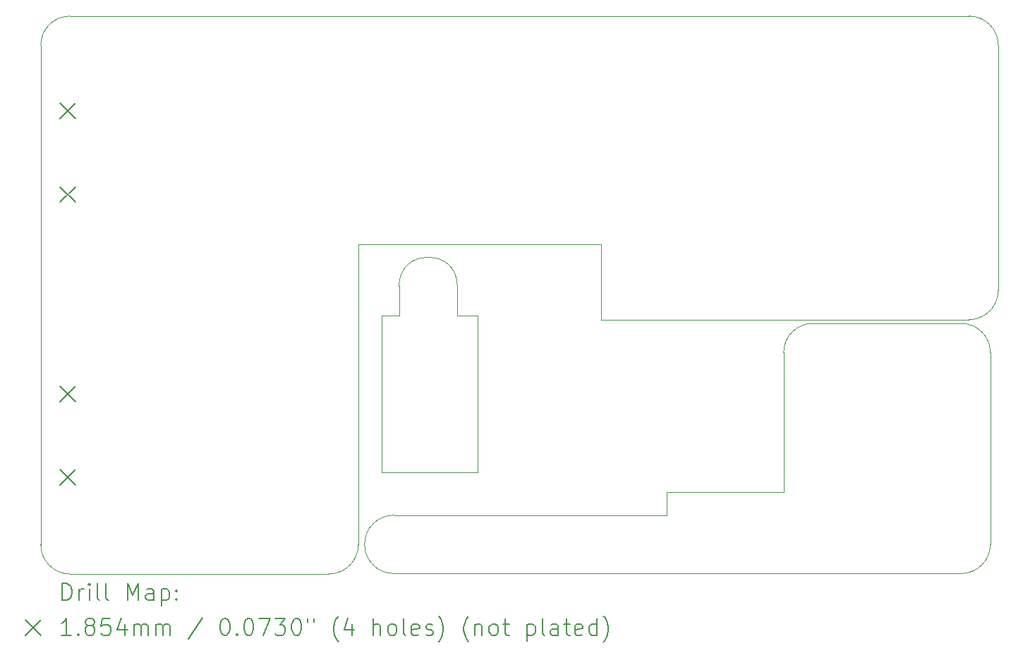
<source format=gbr>
%TF.GenerationSoftware,KiCad,Pcbnew,8.0.8*%
%TF.CreationDate,2025-02-15T01:10:02-07:00*%
%TF.ProjectId,ECE Capstone PCB Design,45434520-4361-4707-9374-6f6e65205043,rev?*%
%TF.SameCoordinates,Original*%
%TF.FileFunction,Drillmap*%
%TF.FilePolarity,Positive*%
%FSLAX45Y45*%
G04 Gerber Fmt 4.5, Leading zero omitted, Abs format (unit mm)*
G04 Created by KiCad (PCBNEW 8.0.8) date 2025-02-15 01:10:02*
%MOMM*%
%LPD*%
G01*
G04 APERTURE LIST*
%ADD10C,0.050000*%
%ADD11C,0.200000*%
%ADD12C,0.185420*%
G04 APERTURE END LIST*
D10*
X19775000Y-10695000D02*
X16495000Y-10695000D01*
X23750000Y-5060000D02*
X23750000Y-8000000D01*
X16071000Y-7450000D02*
X18986000Y-7450000D01*
X16070000Y-11050000D02*
G75*
G02*
X15720000Y-11400000I-350000J0D01*
G01*
X23655000Y-11045000D02*
G75*
G02*
X23305000Y-11395000I-350000J0D01*
G01*
X21175000Y-10415000D02*
X21175000Y-8745000D01*
X18986000Y-7450000D02*
X18986000Y-8350000D01*
X16145000Y-11045000D02*
G75*
G02*
X16495000Y-10695000I350000J0D01*
G01*
X12260000Y-11050000D02*
X12260000Y-5060000D01*
X12610000Y-11400000D02*
G75*
G02*
X12260000Y-11050000I0J350000D01*
G01*
X16070000Y-11050000D02*
X16071000Y-7450000D01*
X23305000Y-11395000D02*
X16495000Y-11395000D01*
X15720000Y-11400000D02*
X12610000Y-11400000D01*
X12260000Y-5060000D02*
G75*
G02*
X12610000Y-4710000I350000J0D01*
G01*
X23750000Y-8000000D02*
G75*
G02*
X23400000Y-8350000I-350000J0D01*
G01*
X23305000Y-8395000D02*
G75*
G02*
X23655000Y-8745000I0J-350000D01*
G01*
X23655000Y-11045000D02*
X23655000Y-8745000D01*
X12610000Y-4710000D02*
X23400000Y-4710000D01*
X19775000Y-10415000D02*
X21175000Y-10415000D01*
X23400000Y-8350000D02*
X18986000Y-8350000D01*
X19775000Y-10695000D02*
X19775000Y-10415000D01*
X23400000Y-4710000D02*
G75*
G02*
X23750000Y-5060000I0J-350000D01*
G01*
X16495000Y-11395000D02*
G75*
G02*
X16145000Y-11045000I0J350000D01*
G01*
X21525000Y-8395000D02*
X23305000Y-8395000D01*
X21175000Y-8745000D02*
G75*
G02*
X21525000Y-8395000I350000J0D01*
G01*
X16559000Y-7949000D02*
X16559000Y-8300000D01*
X17499000Y-10178000D02*
X17500000Y-8300000D01*
X16350000Y-8300000D02*
X16559000Y-8300000D01*
X17259000Y-8300000D02*
X17500000Y-8300000D01*
X17259000Y-7949000D02*
X17259000Y-8300000D01*
X16349000Y-10178000D02*
X16350000Y-8300000D01*
X17499000Y-10178000D02*
X16349000Y-10178000D01*
X16559000Y-7949000D02*
G75*
G02*
X17259000Y-7949000I350000J0D01*
G01*
D11*
D12*
X12489290Y-5757290D02*
X12674710Y-5942710D01*
X12674710Y-5757290D02*
X12489290Y-5942710D01*
X12489290Y-6757290D02*
X12674710Y-6942710D01*
X12674710Y-6757290D02*
X12489290Y-6942710D01*
X12489290Y-9147290D02*
X12674710Y-9332710D01*
X12674710Y-9147290D02*
X12489290Y-9332710D01*
X12489290Y-10147290D02*
X12674710Y-10332710D01*
X12674710Y-10147290D02*
X12489290Y-10332710D01*
D11*
X12518277Y-11713984D02*
X12518277Y-11513984D01*
X12518277Y-11513984D02*
X12565896Y-11513984D01*
X12565896Y-11513984D02*
X12594467Y-11523508D01*
X12594467Y-11523508D02*
X12613515Y-11542555D01*
X12613515Y-11542555D02*
X12623039Y-11561603D01*
X12623039Y-11561603D02*
X12632562Y-11599698D01*
X12632562Y-11599698D02*
X12632562Y-11628269D01*
X12632562Y-11628269D02*
X12623039Y-11666365D01*
X12623039Y-11666365D02*
X12613515Y-11685412D01*
X12613515Y-11685412D02*
X12594467Y-11704460D01*
X12594467Y-11704460D02*
X12565896Y-11713984D01*
X12565896Y-11713984D02*
X12518277Y-11713984D01*
X12718277Y-11713984D02*
X12718277Y-11580650D01*
X12718277Y-11618746D02*
X12727801Y-11599698D01*
X12727801Y-11599698D02*
X12737324Y-11590174D01*
X12737324Y-11590174D02*
X12756372Y-11580650D01*
X12756372Y-11580650D02*
X12775420Y-11580650D01*
X12842086Y-11713984D02*
X12842086Y-11580650D01*
X12842086Y-11513984D02*
X12832562Y-11523508D01*
X12832562Y-11523508D02*
X12842086Y-11533031D01*
X12842086Y-11533031D02*
X12851610Y-11523508D01*
X12851610Y-11523508D02*
X12842086Y-11513984D01*
X12842086Y-11513984D02*
X12842086Y-11533031D01*
X12965896Y-11713984D02*
X12946848Y-11704460D01*
X12946848Y-11704460D02*
X12937324Y-11685412D01*
X12937324Y-11685412D02*
X12937324Y-11513984D01*
X13070658Y-11713984D02*
X13051610Y-11704460D01*
X13051610Y-11704460D02*
X13042086Y-11685412D01*
X13042086Y-11685412D02*
X13042086Y-11513984D01*
X13299229Y-11713984D02*
X13299229Y-11513984D01*
X13299229Y-11513984D02*
X13365896Y-11656841D01*
X13365896Y-11656841D02*
X13432562Y-11513984D01*
X13432562Y-11513984D02*
X13432562Y-11713984D01*
X13613515Y-11713984D02*
X13613515Y-11609222D01*
X13613515Y-11609222D02*
X13603991Y-11590174D01*
X13603991Y-11590174D02*
X13584943Y-11580650D01*
X13584943Y-11580650D02*
X13546848Y-11580650D01*
X13546848Y-11580650D02*
X13527801Y-11590174D01*
X13613515Y-11704460D02*
X13594467Y-11713984D01*
X13594467Y-11713984D02*
X13546848Y-11713984D01*
X13546848Y-11713984D02*
X13527801Y-11704460D01*
X13527801Y-11704460D02*
X13518277Y-11685412D01*
X13518277Y-11685412D02*
X13518277Y-11666365D01*
X13518277Y-11666365D02*
X13527801Y-11647317D01*
X13527801Y-11647317D02*
X13546848Y-11637793D01*
X13546848Y-11637793D02*
X13594467Y-11637793D01*
X13594467Y-11637793D02*
X13613515Y-11628269D01*
X13708753Y-11580650D02*
X13708753Y-11780650D01*
X13708753Y-11590174D02*
X13727801Y-11580650D01*
X13727801Y-11580650D02*
X13765896Y-11580650D01*
X13765896Y-11580650D02*
X13784943Y-11590174D01*
X13784943Y-11590174D02*
X13794467Y-11599698D01*
X13794467Y-11599698D02*
X13803991Y-11618746D01*
X13803991Y-11618746D02*
X13803991Y-11675888D01*
X13803991Y-11675888D02*
X13794467Y-11694936D01*
X13794467Y-11694936D02*
X13784943Y-11704460D01*
X13784943Y-11704460D02*
X13765896Y-11713984D01*
X13765896Y-11713984D02*
X13727801Y-11713984D01*
X13727801Y-11713984D02*
X13708753Y-11704460D01*
X13889705Y-11694936D02*
X13899229Y-11704460D01*
X13899229Y-11704460D02*
X13889705Y-11713984D01*
X13889705Y-11713984D02*
X13880182Y-11704460D01*
X13880182Y-11704460D02*
X13889705Y-11694936D01*
X13889705Y-11694936D02*
X13889705Y-11713984D01*
X13889705Y-11590174D02*
X13899229Y-11599698D01*
X13899229Y-11599698D02*
X13889705Y-11609222D01*
X13889705Y-11609222D02*
X13880182Y-11599698D01*
X13880182Y-11599698D02*
X13889705Y-11590174D01*
X13889705Y-11590174D02*
X13889705Y-11609222D01*
D12*
X12072080Y-11949790D02*
X12257500Y-12135210D01*
X12257500Y-11949790D02*
X12072080Y-12135210D01*
D11*
X12623039Y-12133984D02*
X12508753Y-12133984D01*
X12565896Y-12133984D02*
X12565896Y-11933984D01*
X12565896Y-11933984D02*
X12546848Y-11962555D01*
X12546848Y-11962555D02*
X12527801Y-11981603D01*
X12527801Y-11981603D02*
X12508753Y-11991127D01*
X12708753Y-12114936D02*
X12718277Y-12124460D01*
X12718277Y-12124460D02*
X12708753Y-12133984D01*
X12708753Y-12133984D02*
X12699229Y-12124460D01*
X12699229Y-12124460D02*
X12708753Y-12114936D01*
X12708753Y-12114936D02*
X12708753Y-12133984D01*
X12832562Y-12019698D02*
X12813515Y-12010174D01*
X12813515Y-12010174D02*
X12803991Y-12000650D01*
X12803991Y-12000650D02*
X12794467Y-11981603D01*
X12794467Y-11981603D02*
X12794467Y-11972079D01*
X12794467Y-11972079D02*
X12803991Y-11953031D01*
X12803991Y-11953031D02*
X12813515Y-11943508D01*
X12813515Y-11943508D02*
X12832562Y-11933984D01*
X12832562Y-11933984D02*
X12870658Y-11933984D01*
X12870658Y-11933984D02*
X12889705Y-11943508D01*
X12889705Y-11943508D02*
X12899229Y-11953031D01*
X12899229Y-11953031D02*
X12908753Y-11972079D01*
X12908753Y-11972079D02*
X12908753Y-11981603D01*
X12908753Y-11981603D02*
X12899229Y-12000650D01*
X12899229Y-12000650D02*
X12889705Y-12010174D01*
X12889705Y-12010174D02*
X12870658Y-12019698D01*
X12870658Y-12019698D02*
X12832562Y-12019698D01*
X12832562Y-12019698D02*
X12813515Y-12029222D01*
X12813515Y-12029222D02*
X12803991Y-12038746D01*
X12803991Y-12038746D02*
X12794467Y-12057793D01*
X12794467Y-12057793D02*
X12794467Y-12095888D01*
X12794467Y-12095888D02*
X12803991Y-12114936D01*
X12803991Y-12114936D02*
X12813515Y-12124460D01*
X12813515Y-12124460D02*
X12832562Y-12133984D01*
X12832562Y-12133984D02*
X12870658Y-12133984D01*
X12870658Y-12133984D02*
X12889705Y-12124460D01*
X12889705Y-12124460D02*
X12899229Y-12114936D01*
X12899229Y-12114936D02*
X12908753Y-12095888D01*
X12908753Y-12095888D02*
X12908753Y-12057793D01*
X12908753Y-12057793D02*
X12899229Y-12038746D01*
X12899229Y-12038746D02*
X12889705Y-12029222D01*
X12889705Y-12029222D02*
X12870658Y-12019698D01*
X13089705Y-11933984D02*
X12994467Y-11933984D01*
X12994467Y-11933984D02*
X12984943Y-12029222D01*
X12984943Y-12029222D02*
X12994467Y-12019698D01*
X12994467Y-12019698D02*
X13013515Y-12010174D01*
X13013515Y-12010174D02*
X13061134Y-12010174D01*
X13061134Y-12010174D02*
X13080182Y-12019698D01*
X13080182Y-12019698D02*
X13089705Y-12029222D01*
X13089705Y-12029222D02*
X13099229Y-12048269D01*
X13099229Y-12048269D02*
X13099229Y-12095888D01*
X13099229Y-12095888D02*
X13089705Y-12114936D01*
X13089705Y-12114936D02*
X13080182Y-12124460D01*
X13080182Y-12124460D02*
X13061134Y-12133984D01*
X13061134Y-12133984D02*
X13013515Y-12133984D01*
X13013515Y-12133984D02*
X12994467Y-12124460D01*
X12994467Y-12124460D02*
X12984943Y-12114936D01*
X13270658Y-12000650D02*
X13270658Y-12133984D01*
X13223039Y-11924460D02*
X13175420Y-12067317D01*
X13175420Y-12067317D02*
X13299229Y-12067317D01*
X13375420Y-12133984D02*
X13375420Y-12000650D01*
X13375420Y-12019698D02*
X13384943Y-12010174D01*
X13384943Y-12010174D02*
X13403991Y-12000650D01*
X13403991Y-12000650D02*
X13432563Y-12000650D01*
X13432563Y-12000650D02*
X13451610Y-12010174D01*
X13451610Y-12010174D02*
X13461134Y-12029222D01*
X13461134Y-12029222D02*
X13461134Y-12133984D01*
X13461134Y-12029222D02*
X13470658Y-12010174D01*
X13470658Y-12010174D02*
X13489705Y-12000650D01*
X13489705Y-12000650D02*
X13518277Y-12000650D01*
X13518277Y-12000650D02*
X13537324Y-12010174D01*
X13537324Y-12010174D02*
X13546848Y-12029222D01*
X13546848Y-12029222D02*
X13546848Y-12133984D01*
X13642086Y-12133984D02*
X13642086Y-12000650D01*
X13642086Y-12019698D02*
X13651610Y-12010174D01*
X13651610Y-12010174D02*
X13670658Y-12000650D01*
X13670658Y-12000650D02*
X13699229Y-12000650D01*
X13699229Y-12000650D02*
X13718277Y-12010174D01*
X13718277Y-12010174D02*
X13727801Y-12029222D01*
X13727801Y-12029222D02*
X13727801Y-12133984D01*
X13727801Y-12029222D02*
X13737324Y-12010174D01*
X13737324Y-12010174D02*
X13756372Y-12000650D01*
X13756372Y-12000650D02*
X13784943Y-12000650D01*
X13784943Y-12000650D02*
X13803991Y-12010174D01*
X13803991Y-12010174D02*
X13813515Y-12029222D01*
X13813515Y-12029222D02*
X13813515Y-12133984D01*
X14203991Y-11924460D02*
X14032563Y-12181603D01*
X14461134Y-11933984D02*
X14480182Y-11933984D01*
X14480182Y-11933984D02*
X14499229Y-11943508D01*
X14499229Y-11943508D02*
X14508753Y-11953031D01*
X14508753Y-11953031D02*
X14518277Y-11972079D01*
X14518277Y-11972079D02*
X14527801Y-12010174D01*
X14527801Y-12010174D02*
X14527801Y-12057793D01*
X14527801Y-12057793D02*
X14518277Y-12095888D01*
X14518277Y-12095888D02*
X14508753Y-12114936D01*
X14508753Y-12114936D02*
X14499229Y-12124460D01*
X14499229Y-12124460D02*
X14480182Y-12133984D01*
X14480182Y-12133984D02*
X14461134Y-12133984D01*
X14461134Y-12133984D02*
X14442086Y-12124460D01*
X14442086Y-12124460D02*
X14432563Y-12114936D01*
X14432563Y-12114936D02*
X14423039Y-12095888D01*
X14423039Y-12095888D02*
X14413515Y-12057793D01*
X14413515Y-12057793D02*
X14413515Y-12010174D01*
X14413515Y-12010174D02*
X14423039Y-11972079D01*
X14423039Y-11972079D02*
X14432563Y-11953031D01*
X14432563Y-11953031D02*
X14442086Y-11943508D01*
X14442086Y-11943508D02*
X14461134Y-11933984D01*
X14613515Y-12114936D02*
X14623039Y-12124460D01*
X14623039Y-12124460D02*
X14613515Y-12133984D01*
X14613515Y-12133984D02*
X14603991Y-12124460D01*
X14603991Y-12124460D02*
X14613515Y-12114936D01*
X14613515Y-12114936D02*
X14613515Y-12133984D01*
X14746848Y-11933984D02*
X14765896Y-11933984D01*
X14765896Y-11933984D02*
X14784944Y-11943508D01*
X14784944Y-11943508D02*
X14794467Y-11953031D01*
X14794467Y-11953031D02*
X14803991Y-11972079D01*
X14803991Y-11972079D02*
X14813515Y-12010174D01*
X14813515Y-12010174D02*
X14813515Y-12057793D01*
X14813515Y-12057793D02*
X14803991Y-12095888D01*
X14803991Y-12095888D02*
X14794467Y-12114936D01*
X14794467Y-12114936D02*
X14784944Y-12124460D01*
X14784944Y-12124460D02*
X14765896Y-12133984D01*
X14765896Y-12133984D02*
X14746848Y-12133984D01*
X14746848Y-12133984D02*
X14727801Y-12124460D01*
X14727801Y-12124460D02*
X14718277Y-12114936D01*
X14718277Y-12114936D02*
X14708753Y-12095888D01*
X14708753Y-12095888D02*
X14699229Y-12057793D01*
X14699229Y-12057793D02*
X14699229Y-12010174D01*
X14699229Y-12010174D02*
X14708753Y-11972079D01*
X14708753Y-11972079D02*
X14718277Y-11953031D01*
X14718277Y-11953031D02*
X14727801Y-11943508D01*
X14727801Y-11943508D02*
X14746848Y-11933984D01*
X14880182Y-11933984D02*
X15013515Y-11933984D01*
X15013515Y-11933984D02*
X14927801Y-12133984D01*
X15070658Y-11933984D02*
X15194467Y-11933984D01*
X15194467Y-11933984D02*
X15127801Y-12010174D01*
X15127801Y-12010174D02*
X15156372Y-12010174D01*
X15156372Y-12010174D02*
X15175420Y-12019698D01*
X15175420Y-12019698D02*
X15184944Y-12029222D01*
X15184944Y-12029222D02*
X15194467Y-12048269D01*
X15194467Y-12048269D02*
X15194467Y-12095888D01*
X15194467Y-12095888D02*
X15184944Y-12114936D01*
X15184944Y-12114936D02*
X15175420Y-12124460D01*
X15175420Y-12124460D02*
X15156372Y-12133984D01*
X15156372Y-12133984D02*
X15099229Y-12133984D01*
X15099229Y-12133984D02*
X15080182Y-12124460D01*
X15080182Y-12124460D02*
X15070658Y-12114936D01*
X15318277Y-11933984D02*
X15337325Y-11933984D01*
X15337325Y-11933984D02*
X15356372Y-11943508D01*
X15356372Y-11943508D02*
X15365896Y-11953031D01*
X15365896Y-11953031D02*
X15375420Y-11972079D01*
X15375420Y-11972079D02*
X15384944Y-12010174D01*
X15384944Y-12010174D02*
X15384944Y-12057793D01*
X15384944Y-12057793D02*
X15375420Y-12095888D01*
X15375420Y-12095888D02*
X15365896Y-12114936D01*
X15365896Y-12114936D02*
X15356372Y-12124460D01*
X15356372Y-12124460D02*
X15337325Y-12133984D01*
X15337325Y-12133984D02*
X15318277Y-12133984D01*
X15318277Y-12133984D02*
X15299229Y-12124460D01*
X15299229Y-12124460D02*
X15289706Y-12114936D01*
X15289706Y-12114936D02*
X15280182Y-12095888D01*
X15280182Y-12095888D02*
X15270658Y-12057793D01*
X15270658Y-12057793D02*
X15270658Y-12010174D01*
X15270658Y-12010174D02*
X15280182Y-11972079D01*
X15280182Y-11972079D02*
X15289706Y-11953031D01*
X15289706Y-11953031D02*
X15299229Y-11943508D01*
X15299229Y-11943508D02*
X15318277Y-11933984D01*
X15461134Y-11933984D02*
X15461134Y-11972079D01*
X15537325Y-11933984D02*
X15537325Y-11972079D01*
X15832563Y-12210174D02*
X15823039Y-12200650D01*
X15823039Y-12200650D02*
X15803991Y-12172079D01*
X15803991Y-12172079D02*
X15794468Y-12153031D01*
X15794468Y-12153031D02*
X15784944Y-12124460D01*
X15784944Y-12124460D02*
X15775420Y-12076841D01*
X15775420Y-12076841D02*
X15775420Y-12038746D01*
X15775420Y-12038746D02*
X15784944Y-11991127D01*
X15784944Y-11991127D02*
X15794468Y-11962555D01*
X15794468Y-11962555D02*
X15803991Y-11943508D01*
X15803991Y-11943508D02*
X15823039Y-11914936D01*
X15823039Y-11914936D02*
X15832563Y-11905412D01*
X15994468Y-12000650D02*
X15994468Y-12133984D01*
X15946848Y-11924460D02*
X15899229Y-12067317D01*
X15899229Y-12067317D02*
X16023039Y-12067317D01*
X16251610Y-12133984D02*
X16251610Y-11933984D01*
X16337325Y-12133984D02*
X16337325Y-12029222D01*
X16337325Y-12029222D02*
X16327801Y-12010174D01*
X16327801Y-12010174D02*
X16308753Y-12000650D01*
X16308753Y-12000650D02*
X16280182Y-12000650D01*
X16280182Y-12000650D02*
X16261134Y-12010174D01*
X16261134Y-12010174D02*
X16251610Y-12019698D01*
X16461134Y-12133984D02*
X16442087Y-12124460D01*
X16442087Y-12124460D02*
X16432563Y-12114936D01*
X16432563Y-12114936D02*
X16423039Y-12095888D01*
X16423039Y-12095888D02*
X16423039Y-12038746D01*
X16423039Y-12038746D02*
X16432563Y-12019698D01*
X16432563Y-12019698D02*
X16442087Y-12010174D01*
X16442087Y-12010174D02*
X16461134Y-12000650D01*
X16461134Y-12000650D02*
X16489706Y-12000650D01*
X16489706Y-12000650D02*
X16508753Y-12010174D01*
X16508753Y-12010174D02*
X16518277Y-12019698D01*
X16518277Y-12019698D02*
X16527801Y-12038746D01*
X16527801Y-12038746D02*
X16527801Y-12095888D01*
X16527801Y-12095888D02*
X16518277Y-12114936D01*
X16518277Y-12114936D02*
X16508753Y-12124460D01*
X16508753Y-12124460D02*
X16489706Y-12133984D01*
X16489706Y-12133984D02*
X16461134Y-12133984D01*
X16642087Y-12133984D02*
X16623039Y-12124460D01*
X16623039Y-12124460D02*
X16613515Y-12105412D01*
X16613515Y-12105412D02*
X16613515Y-11933984D01*
X16794468Y-12124460D02*
X16775420Y-12133984D01*
X16775420Y-12133984D02*
X16737325Y-12133984D01*
X16737325Y-12133984D02*
X16718277Y-12124460D01*
X16718277Y-12124460D02*
X16708753Y-12105412D01*
X16708753Y-12105412D02*
X16708753Y-12029222D01*
X16708753Y-12029222D02*
X16718277Y-12010174D01*
X16718277Y-12010174D02*
X16737325Y-12000650D01*
X16737325Y-12000650D02*
X16775420Y-12000650D01*
X16775420Y-12000650D02*
X16794468Y-12010174D01*
X16794468Y-12010174D02*
X16803992Y-12029222D01*
X16803992Y-12029222D02*
X16803992Y-12048269D01*
X16803992Y-12048269D02*
X16708753Y-12067317D01*
X16880182Y-12124460D02*
X16899230Y-12133984D01*
X16899230Y-12133984D02*
X16937325Y-12133984D01*
X16937325Y-12133984D02*
X16956373Y-12124460D01*
X16956373Y-12124460D02*
X16965896Y-12105412D01*
X16965896Y-12105412D02*
X16965896Y-12095888D01*
X16965896Y-12095888D02*
X16956373Y-12076841D01*
X16956373Y-12076841D02*
X16937325Y-12067317D01*
X16937325Y-12067317D02*
X16908753Y-12067317D01*
X16908753Y-12067317D02*
X16889706Y-12057793D01*
X16889706Y-12057793D02*
X16880182Y-12038746D01*
X16880182Y-12038746D02*
X16880182Y-12029222D01*
X16880182Y-12029222D02*
X16889706Y-12010174D01*
X16889706Y-12010174D02*
X16908753Y-12000650D01*
X16908753Y-12000650D02*
X16937325Y-12000650D01*
X16937325Y-12000650D02*
X16956373Y-12010174D01*
X17032563Y-12210174D02*
X17042087Y-12200650D01*
X17042087Y-12200650D02*
X17061134Y-12172079D01*
X17061134Y-12172079D02*
X17070658Y-12153031D01*
X17070658Y-12153031D02*
X17080182Y-12124460D01*
X17080182Y-12124460D02*
X17089706Y-12076841D01*
X17089706Y-12076841D02*
X17089706Y-12038746D01*
X17089706Y-12038746D02*
X17080182Y-11991127D01*
X17080182Y-11991127D02*
X17070658Y-11962555D01*
X17070658Y-11962555D02*
X17061134Y-11943508D01*
X17061134Y-11943508D02*
X17042087Y-11914936D01*
X17042087Y-11914936D02*
X17032563Y-11905412D01*
X17394468Y-12210174D02*
X17384944Y-12200650D01*
X17384944Y-12200650D02*
X17365896Y-12172079D01*
X17365896Y-12172079D02*
X17356373Y-12153031D01*
X17356373Y-12153031D02*
X17346849Y-12124460D01*
X17346849Y-12124460D02*
X17337325Y-12076841D01*
X17337325Y-12076841D02*
X17337325Y-12038746D01*
X17337325Y-12038746D02*
X17346849Y-11991127D01*
X17346849Y-11991127D02*
X17356373Y-11962555D01*
X17356373Y-11962555D02*
X17365896Y-11943508D01*
X17365896Y-11943508D02*
X17384944Y-11914936D01*
X17384944Y-11914936D02*
X17394468Y-11905412D01*
X17470658Y-12000650D02*
X17470658Y-12133984D01*
X17470658Y-12019698D02*
X17480182Y-12010174D01*
X17480182Y-12010174D02*
X17499230Y-12000650D01*
X17499230Y-12000650D02*
X17527801Y-12000650D01*
X17527801Y-12000650D02*
X17546849Y-12010174D01*
X17546849Y-12010174D02*
X17556373Y-12029222D01*
X17556373Y-12029222D02*
X17556373Y-12133984D01*
X17680182Y-12133984D02*
X17661134Y-12124460D01*
X17661134Y-12124460D02*
X17651611Y-12114936D01*
X17651611Y-12114936D02*
X17642087Y-12095888D01*
X17642087Y-12095888D02*
X17642087Y-12038746D01*
X17642087Y-12038746D02*
X17651611Y-12019698D01*
X17651611Y-12019698D02*
X17661134Y-12010174D01*
X17661134Y-12010174D02*
X17680182Y-12000650D01*
X17680182Y-12000650D02*
X17708754Y-12000650D01*
X17708754Y-12000650D02*
X17727801Y-12010174D01*
X17727801Y-12010174D02*
X17737325Y-12019698D01*
X17737325Y-12019698D02*
X17746849Y-12038746D01*
X17746849Y-12038746D02*
X17746849Y-12095888D01*
X17746849Y-12095888D02*
X17737325Y-12114936D01*
X17737325Y-12114936D02*
X17727801Y-12124460D01*
X17727801Y-12124460D02*
X17708754Y-12133984D01*
X17708754Y-12133984D02*
X17680182Y-12133984D01*
X17803992Y-12000650D02*
X17880182Y-12000650D01*
X17832563Y-11933984D02*
X17832563Y-12105412D01*
X17832563Y-12105412D02*
X17842087Y-12124460D01*
X17842087Y-12124460D02*
X17861134Y-12133984D01*
X17861134Y-12133984D02*
X17880182Y-12133984D01*
X18099230Y-12000650D02*
X18099230Y-12200650D01*
X18099230Y-12010174D02*
X18118277Y-12000650D01*
X18118277Y-12000650D02*
X18156373Y-12000650D01*
X18156373Y-12000650D02*
X18175420Y-12010174D01*
X18175420Y-12010174D02*
X18184944Y-12019698D01*
X18184944Y-12019698D02*
X18194468Y-12038746D01*
X18194468Y-12038746D02*
X18194468Y-12095888D01*
X18194468Y-12095888D02*
X18184944Y-12114936D01*
X18184944Y-12114936D02*
X18175420Y-12124460D01*
X18175420Y-12124460D02*
X18156373Y-12133984D01*
X18156373Y-12133984D02*
X18118277Y-12133984D01*
X18118277Y-12133984D02*
X18099230Y-12124460D01*
X18308754Y-12133984D02*
X18289706Y-12124460D01*
X18289706Y-12124460D02*
X18280182Y-12105412D01*
X18280182Y-12105412D02*
X18280182Y-11933984D01*
X18470658Y-12133984D02*
X18470658Y-12029222D01*
X18470658Y-12029222D02*
X18461135Y-12010174D01*
X18461135Y-12010174D02*
X18442087Y-12000650D01*
X18442087Y-12000650D02*
X18403992Y-12000650D01*
X18403992Y-12000650D02*
X18384944Y-12010174D01*
X18470658Y-12124460D02*
X18451611Y-12133984D01*
X18451611Y-12133984D02*
X18403992Y-12133984D01*
X18403992Y-12133984D02*
X18384944Y-12124460D01*
X18384944Y-12124460D02*
X18375420Y-12105412D01*
X18375420Y-12105412D02*
X18375420Y-12086365D01*
X18375420Y-12086365D02*
X18384944Y-12067317D01*
X18384944Y-12067317D02*
X18403992Y-12057793D01*
X18403992Y-12057793D02*
X18451611Y-12057793D01*
X18451611Y-12057793D02*
X18470658Y-12048269D01*
X18537325Y-12000650D02*
X18613515Y-12000650D01*
X18565896Y-11933984D02*
X18565896Y-12105412D01*
X18565896Y-12105412D02*
X18575420Y-12124460D01*
X18575420Y-12124460D02*
X18594468Y-12133984D01*
X18594468Y-12133984D02*
X18613515Y-12133984D01*
X18756373Y-12124460D02*
X18737325Y-12133984D01*
X18737325Y-12133984D02*
X18699230Y-12133984D01*
X18699230Y-12133984D02*
X18680182Y-12124460D01*
X18680182Y-12124460D02*
X18670658Y-12105412D01*
X18670658Y-12105412D02*
X18670658Y-12029222D01*
X18670658Y-12029222D02*
X18680182Y-12010174D01*
X18680182Y-12010174D02*
X18699230Y-12000650D01*
X18699230Y-12000650D02*
X18737325Y-12000650D01*
X18737325Y-12000650D02*
X18756373Y-12010174D01*
X18756373Y-12010174D02*
X18765896Y-12029222D01*
X18765896Y-12029222D02*
X18765896Y-12048269D01*
X18765896Y-12048269D02*
X18670658Y-12067317D01*
X18937325Y-12133984D02*
X18937325Y-11933984D01*
X18937325Y-12124460D02*
X18918277Y-12133984D01*
X18918277Y-12133984D02*
X18880182Y-12133984D01*
X18880182Y-12133984D02*
X18861135Y-12124460D01*
X18861135Y-12124460D02*
X18851611Y-12114936D01*
X18851611Y-12114936D02*
X18842087Y-12095888D01*
X18842087Y-12095888D02*
X18842087Y-12038746D01*
X18842087Y-12038746D02*
X18851611Y-12019698D01*
X18851611Y-12019698D02*
X18861135Y-12010174D01*
X18861135Y-12010174D02*
X18880182Y-12000650D01*
X18880182Y-12000650D02*
X18918277Y-12000650D01*
X18918277Y-12000650D02*
X18937325Y-12010174D01*
X19013516Y-12210174D02*
X19023039Y-12200650D01*
X19023039Y-12200650D02*
X19042087Y-12172079D01*
X19042087Y-12172079D02*
X19051611Y-12153031D01*
X19051611Y-12153031D02*
X19061135Y-12124460D01*
X19061135Y-12124460D02*
X19070658Y-12076841D01*
X19070658Y-12076841D02*
X19070658Y-12038746D01*
X19070658Y-12038746D02*
X19061135Y-11991127D01*
X19061135Y-11991127D02*
X19051611Y-11962555D01*
X19051611Y-11962555D02*
X19042087Y-11943508D01*
X19042087Y-11943508D02*
X19023039Y-11914936D01*
X19023039Y-11914936D02*
X19013516Y-11905412D01*
M02*

</source>
